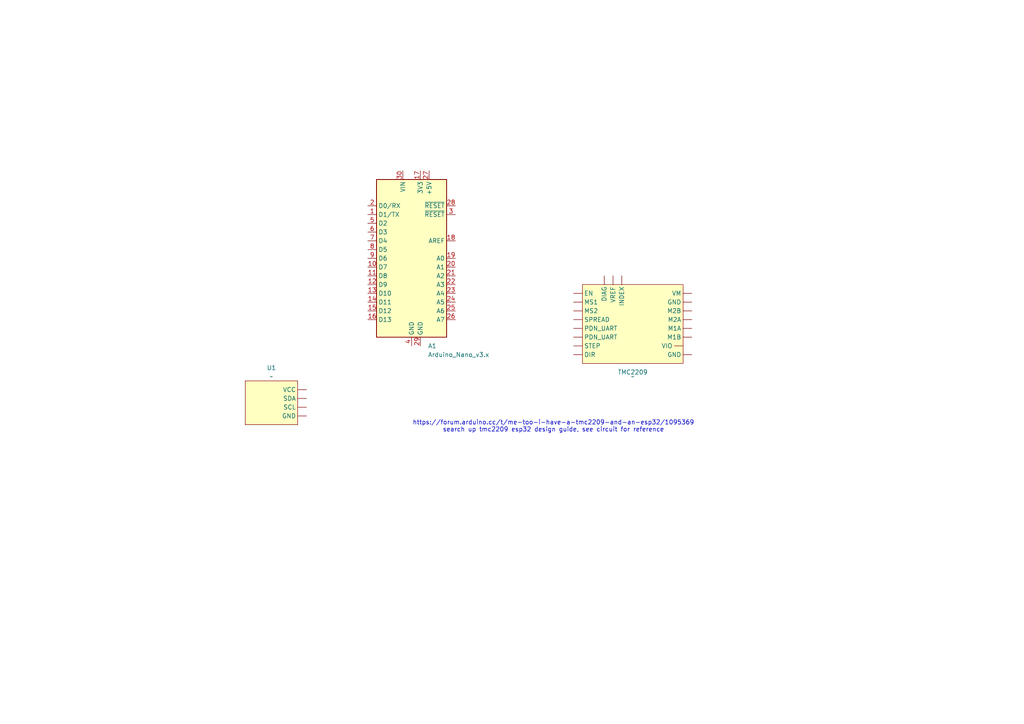
<source format=kicad_sch>
(kicad_sch (version 20231120) (generator "eeschema") (generator_version "8.0")
  (paper "A4")
  (lib_symbols
    (symbol "MCU_Module:Arduino_Nano_v3.x"
      (property "Reference" "A" (at -10.16 23.495 0))
      (property "Value" "Arduino_Nano_v3.x" (at 5.08 -24.13 0))
      (symbol "Arduino_Nano_v3.x_0_1"
        (rectangle (start -10.16 22.86) (end 10.16 -22.86) (stroke (width 0.254)) (fill (type background)))
      )
      (symbol "Arduino_Nano_v3.x_1_1"
        (pin bidirectional line (at -12.7 12.7 0) (length 2.54) (name "D1/TX") (number "1"))
        (pin bidirectional line (at -12.7 -2.54 0) (length 2.54) (name "D7") (number "10"))
        (pin bidirectional line (at -12.7 -5.08 0) (length 2.54) (name "D8") (number "11"))
        (pin bidirectional line (at -12.7 -7.62 0) (length 2.54) (name "D9") (number "12"))
        (pin bidirectional line (at -12.7 -10.16 0) (length 2.54) (name "D10") (number "13"))
        (pin bidirectional line (at -12.7 -12.7 0) (length 2.54) (name "D11") (number "14"))
        (pin bidirectional line (at -12.7 -15.24 0) (length 2.54) (name "D12") (number "15"))
        (pin bidirectional line (at -12.7 -17.78 0) (length 2.54) (name "D13") (number "16"))
        (pin power_out line (at 2.54 25.4 270) (length 2.54) (name "3V3") (number "17"))
        (pin input line (at 12.7 5.08 180) (length 2.54) (name "AREF") (number "18"))
        (pin bidirectional line (at 12.7 0 180) (length 2.54) (name "A0") (number "19"))
        (pin bidirectional line (at -12.7 15.24 0) (length 2.54) (name "D0/RX") (number "2"))
        (pin bidirectional line (at 12.7 -2.54 180) (length 2.54) (name "A1") (number "20"))
        (pin bidirectional line (at 12.7 -5.08 180) (length 2.54) (name "A2") (number "21"))
        (pin bidirectional line (at 12.7 -7.62 180) (length 2.54) (name "A3") (number "22"))
        (pin bidirectional line (at 12.7 -10.16 180) (length 2.54) (name "A4") (number "23"))
        (pin bidirectional line (at 12.7 -12.7 180) (length 2.54) (name "A5") (number "24"))
        (pin bidirectional line (at 12.7 -15.24 180) (length 2.54) (name "A6") (number "25"))
        (pin bidirectional line (at 12.7 -17.78 180) (length 2.54) (name "A7") (number "26"))
        (pin power_out line (at 5.08 25.4 270) (length 2.54) (name "+5V") (number "27"))
        (pin input line (at 12.7 15.24 180) (length 2.54) (name "~{RESET}") (number "28"))
        (pin power_in line (at 2.54 -25.4 90) (length 2.54) (name "GND") (number "29"))
        (pin input line (at 12.7 12.7 180) (length 2.54) (name "~{RESET}") (number "3"))
        (pin power_in line (at -2.54 25.4 270) (length 2.54) (name "VIN") (number "30"))
        (pin power_in line (at 0 -25.4 90) (length 2.54) (name "GND") (number "4"))
        (pin bidirectional line (at -12.7 10.16 0) (length 2.54) (name "D2") (number "5"))
        (pin bidirectional line (at -12.7 7.62 0) (length 2.54) (name "D3") (number "6"))
        (pin bidirectional line (at -12.7 5.08 0) (length 2.54) (name "D4") (number "7"))
        (pin bidirectional line (at -12.7 2.54 0) (length 2.54) (name "D5") (number "8"))
        (pin bidirectional line (at -12.7 0 0) (length 2.54) (name "D6") (number "9"))
      )
    )
    (symbol "TMC2209:TMC2209"
      (property "Reference" "TMC2209" (at -4.064 -0.762 0))
      (symbol "TMC2209_0_1"
        (rectangle (start -10.16 21.59) (end 19.05 -1.27) (fill (type background)))
      )
      (symbol "TMC2209_1_1"
        (pin output line (at -3.81 24.13 270) (length 2.54) (name "DIAG") (number ""))
        (pin input line (at -12.7 1.27 0) (length 2.54) (name "DIR") (number ""))
        (pin input line (at -12.7 19.05 0) (length 2.54) (name "EN") (number ""))
        (pin power_in line (at 21.59 1.27 180) (length 2.54) (name "GND") (number ""))
        (pin unspecified line (at 21.59 16.51 180) (length 2.54) (name "GND") (number ""))
        (pin output line (at 1.27 24.13 270) (length 2.54) (name "INDEX") (number ""))
        (pin output line (at 21.59 8.89 180) (length 2.54) (name "M1A") (number ""))
        (pin output line (at 21.59 6.35 180) (length 2.54) (name "M1B") (number ""))
        (pin output line (at 21.59 11.43 180) (length 2.54) (name "M2A") (number ""))
        (pin output line (at 21.59 13.97 180) (length 2.54) (name "M2B") (number ""))
        (pin input line (at -12.7 16.51 0) (length 2.54) (name "MS1") (number ""))
        (pin input line (at -12.7 13.97 0) (length 2.54) (name "MS2") (number ""))
        (pin bidirectional line (at -12.7 6.35 0) (length 2.54) (name "PDN_UART") (number ""))
        (pin bidirectional line (at -12.7 8.89 0) (length 2.54) (name "PDN_UART") (number ""))
        (pin input line (at -12.7 11.43 0) (length 2.54) (name "SPREAD") (number ""))
        (pin input line (at -12.7 3.81 0) (length 2.54) (name "STEP") (number ""))
        (pin power_in line (at 19.05 3.81 180) (length 2.54) (name "VIO") (number ""))
        (pin unspecified line (at 21.59 19.05 180) (length 2.54) (name "VM") (number ""))
        (pin unspecified line (at -1.27 24.13 270) (length 2.54) (name "VREF") (number ""))
      )
    )
    (symbol "oled:OLED"
      (property "Reference" "U" (at -11.176 0 0))
      (symbol "OLED_0_1"
        (rectangle (start -8.89 12.7) (end 6.35 0) (fill (type background)))
      )
      (symbol "OLED_1_1"
        (pin power_in line (at 8.89 2.54 180) (length 2.54) (name "GND") (number ""))
        (pin input line (at 8.89 5.08 180) (length 2.54) (name "SCL") (number ""))
        (pin input line (at 8.89 7.62 180) (length 2.54) (name "SDA") (number ""))
        (pin power_in line (at 8.89 10.16 180) (length 2.54) (name "VCC") (number ""))
      )
    )
  )
  (text "https://forum.arduino.cc/t/me-too-i-have-a-tmc2209-and-an-esp32/1095369\nsearch up tmc2209 esp32 design guide, see circuit for reference" (at 160.528 123.698 0) (effects (font (size 1.27 1.27))))
  (symbol (lib_id "TMC2209:TMC2209") (at 179.07 104.14 0) (unit 1)
    (property "Reference" "TMC2209" (at 183.515 107.95 0))
    (property "Value" "~" (at 183.515 109.22 0))
  )
  (symbol (lib_id "oled:OLED") (at 80.01 123.19 0) (unit 1)
    (property "Reference" "U1" (at 78.74 106.68 0))
    (property "Value" "~" (at 78.74 109.22 0))
  )
  (symbol (lib_id "MCU_Module:Arduino_Nano_v3.x") (at 119.38 74.93 0) (unit 1)
    (property "Reference" "A1" (at 124.1141 100.33 0) (effects (justify left)))
    (property "Value" "Arduino_Nano_v3.x" (at 124.1141 102.87 0) (effects (justify left)))
    (property "Footprint" "Module:Arduino_Nano" (effects (hide yes)))
    (property "Datasheet" "http://www.mouser.com/pdfdocs/Gravitech_Arduino_Nano3_0.pdf" (effects (hide yes)))
    (property "Description" "Arduino Nano v3.x" (effects (hide yes)))
  )
)
</source>
